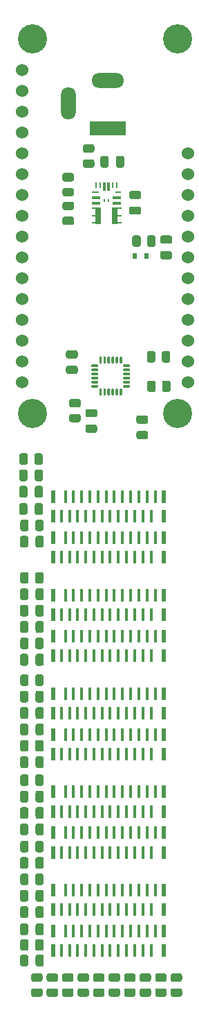
<source format=gbr>
G04 #@! TF.GenerationSoftware,KiCad,Pcbnew,(5.1.9)-1*
G04 #@! TF.CreationDate,2021-02-02T19:43:56-05:00*
G04 #@! TF.ProjectId,feather_multi_oled,66656174-6865-4725-9f6d-756c74695f6f,0.1a*
G04 #@! TF.SameCoordinates,Original*
G04 #@! TF.FileFunction,Soldermask,Top*
G04 #@! TF.FilePolarity,Negative*
%FSLAX46Y46*%
G04 Gerber Fmt 4.6, Leading zero omitted, Abs format (unit mm)*
G04 Created by KiCad (PCBNEW (5.1.9)-1) date 2021-02-02 19:43:56*
%MOMM*%
%LPD*%
G01*
G04 APERTURE LIST*
%ADD10R,0.609600X1.600200*%
%ADD11R,0.406400X1.600200*%
%ADD12R,0.812800X0.254000*%
%ADD13R,1.092200X0.304800*%
%ADD14R,0.508000X0.254000*%
%ADD15R,0.711200X0.254000*%
%ADD16R,0.254000X0.711200*%
%ADD17R,0.304800X1.092200*%
%ADD18R,0.254000X0.406400*%
%ADD19R,0.700000X2.000000*%
%ADD20C,1.524000*%
%ADD21C,3.556000*%
%ADD22R,0.600000X0.700000*%
%ADD23O,1.800000X4.000000*%
%ADD24O,4.000000X1.800000*%
%ADD25R,4.400000X1.800000*%
G04 APERTURE END LIST*
D10*
X115516000Y-108524800D03*
X102003200Y-108524800D03*
X115516000Y-110912400D03*
X102003200Y-110912400D03*
D11*
X102993800Y-110912400D03*
X103501800Y-108524800D03*
X104009800Y-110912400D03*
X104492400Y-108524800D03*
X105000400Y-110912400D03*
X105508400Y-108524800D03*
X105991000Y-110912400D03*
X106499000Y-108524800D03*
X107007000Y-110912400D03*
X107489600Y-108524800D03*
X107997600Y-110912400D03*
X108505600Y-108524800D03*
X108988200Y-110912400D03*
X109496200Y-108524800D03*
X110004200Y-110912400D03*
X110512200Y-108524800D03*
X110994800Y-110912400D03*
X111502800Y-108524800D03*
X112010800Y-110912400D03*
X112493400Y-108524800D03*
X113001400Y-110912400D03*
X113509400Y-108524800D03*
X113992000Y-110912400D03*
X114500000Y-108524800D03*
D10*
X115516000Y-103524800D03*
X102003200Y-103524800D03*
X115516000Y-105912400D03*
X102003200Y-105912400D03*
D11*
X102993800Y-105912400D03*
X103501800Y-103524800D03*
X104009800Y-105912400D03*
X104492400Y-103524800D03*
X105000400Y-105912400D03*
X105508400Y-103524800D03*
X105991000Y-105912400D03*
X106499000Y-103524800D03*
X107007000Y-105912400D03*
X107489600Y-103524800D03*
X107997600Y-105912400D03*
X108505600Y-103524800D03*
X108988200Y-105912400D03*
X109496200Y-103524800D03*
X110004200Y-105912400D03*
X110512200Y-103524800D03*
X110994800Y-105912400D03*
X111502800Y-103524800D03*
X112010800Y-105912400D03*
X112493400Y-103524800D03*
X113001400Y-105912400D03*
X113509400Y-103524800D03*
X113992000Y-105912400D03*
X114500000Y-103524800D03*
D10*
X115516000Y-115524800D03*
X102003200Y-115524800D03*
X115516000Y-117912400D03*
X102003200Y-117912400D03*
D11*
X102993800Y-117912400D03*
X103501800Y-115524800D03*
X104009800Y-117912400D03*
X104492400Y-115524800D03*
X105000400Y-117912400D03*
X105508400Y-115524800D03*
X105991000Y-117912400D03*
X106499000Y-115524800D03*
X107007000Y-117912400D03*
X107489600Y-115524800D03*
X107997600Y-117912400D03*
X108505600Y-115524800D03*
X108988200Y-117912400D03*
X109496200Y-115524800D03*
X110004200Y-117912400D03*
X110512200Y-115524800D03*
X110994800Y-117912400D03*
X111502800Y-115524800D03*
X112010800Y-117912400D03*
X112493400Y-115524800D03*
X113001400Y-117912400D03*
X113509400Y-115524800D03*
X113992000Y-117912400D03*
X114500000Y-115524800D03*
D10*
X115516000Y-127524800D03*
X102003200Y-127524800D03*
X115516000Y-129912400D03*
X102003200Y-129912400D03*
D11*
X102993800Y-129912400D03*
X103501800Y-127524800D03*
X104009800Y-129912400D03*
X104492400Y-127524800D03*
X105000400Y-129912400D03*
X105508400Y-127524800D03*
X105991000Y-129912400D03*
X106499000Y-127524800D03*
X107007000Y-129912400D03*
X107489600Y-127524800D03*
X107997600Y-129912400D03*
X108505600Y-127524800D03*
X108988200Y-129912400D03*
X109496200Y-127524800D03*
X110004200Y-129912400D03*
X110512200Y-127524800D03*
X110994800Y-129912400D03*
X111502800Y-127524800D03*
X112010800Y-129912400D03*
X112493400Y-127524800D03*
X113001400Y-129912400D03*
X113509400Y-127524800D03*
X113992000Y-129912400D03*
X114500000Y-127524800D03*
D10*
X115516000Y-120524800D03*
X102003200Y-120524800D03*
X115516000Y-122912400D03*
X102003200Y-122912400D03*
D11*
X102993800Y-122912400D03*
X103501800Y-120524800D03*
X104009800Y-122912400D03*
X104492400Y-120524800D03*
X105000400Y-122912400D03*
X105508400Y-120524800D03*
X105991000Y-122912400D03*
X106499000Y-120524800D03*
X107007000Y-122912400D03*
X107489600Y-120524800D03*
X107997600Y-122912400D03*
X108505600Y-120524800D03*
X108988200Y-122912400D03*
X109496200Y-120524800D03*
X110004200Y-122912400D03*
X110512200Y-120524800D03*
X110994800Y-122912400D03*
X111502800Y-120524800D03*
X112010800Y-122912400D03*
X112493400Y-120524800D03*
X113001400Y-122912400D03*
X113509400Y-120524800D03*
X113992000Y-122912400D03*
X114500000Y-120524800D03*
D10*
X115516000Y-132524800D03*
X102003200Y-132524800D03*
X115516000Y-134912400D03*
X102003200Y-134912400D03*
D11*
X102993800Y-134912400D03*
X103501800Y-132524800D03*
X104009800Y-134912400D03*
X104492400Y-132524800D03*
X105000400Y-134912400D03*
X105508400Y-132524800D03*
X105991000Y-134912400D03*
X106499000Y-132524800D03*
X107007000Y-134912400D03*
X107489600Y-132524800D03*
X107997600Y-134912400D03*
X108505600Y-132524800D03*
X108988200Y-134912400D03*
X109496200Y-132524800D03*
X110004200Y-134912400D03*
X110512200Y-132524800D03*
X110994800Y-134912400D03*
X111502800Y-132524800D03*
X112010800Y-134912400D03*
X112493400Y-132524800D03*
X113001400Y-134912400D03*
X113509400Y-132524800D03*
X113992000Y-134912400D03*
X114500000Y-132524800D03*
D10*
X115516000Y-139524800D03*
X102003200Y-139524800D03*
X115516000Y-141912400D03*
X102003200Y-141912400D03*
D11*
X102993800Y-141912400D03*
X103501800Y-139524800D03*
X104009800Y-141912400D03*
X104492400Y-139524800D03*
X105000400Y-141912400D03*
X105508400Y-139524800D03*
X105991000Y-141912400D03*
X106499000Y-139524800D03*
X107007000Y-141912400D03*
X107489600Y-139524800D03*
X107997600Y-141912400D03*
X108505600Y-139524800D03*
X108988200Y-141912400D03*
X109496200Y-139524800D03*
X110004200Y-141912400D03*
X110512200Y-139524800D03*
X110994800Y-141912400D03*
X111502800Y-139524800D03*
X112010800Y-141912400D03*
X112493400Y-139524800D03*
X113001400Y-141912400D03*
X113509400Y-139524800D03*
X113992000Y-141912400D03*
X114500000Y-139524800D03*
D10*
X115516000Y-144524800D03*
X102003200Y-144524800D03*
X115516000Y-146912400D03*
X102003200Y-146912400D03*
D11*
X102993800Y-146912400D03*
X103501800Y-144524800D03*
X104009800Y-146912400D03*
X104492400Y-144524800D03*
X105000400Y-146912400D03*
X105508400Y-144524800D03*
X105991000Y-146912400D03*
X106499000Y-144524800D03*
X107007000Y-146912400D03*
X107489600Y-144524800D03*
X107997600Y-146912400D03*
X108505600Y-144524800D03*
X108988200Y-146912400D03*
X109496200Y-144524800D03*
X110004200Y-146912400D03*
X110512200Y-144524800D03*
X110994800Y-146912400D03*
X111502800Y-144524800D03*
X112010800Y-146912400D03*
X112493400Y-144524800D03*
X113001400Y-146912400D03*
X113509400Y-144524800D03*
X113992000Y-146912400D03*
X114500000Y-144524800D03*
D10*
X115516000Y-151524800D03*
X102003200Y-151524800D03*
X115516000Y-153912400D03*
X102003200Y-153912400D03*
D11*
X102993800Y-153912400D03*
X103501800Y-151524800D03*
X104009800Y-153912400D03*
X104492400Y-151524800D03*
X105000400Y-153912400D03*
X105508400Y-151524800D03*
X105991000Y-153912400D03*
X106499000Y-151524800D03*
X107007000Y-153912400D03*
X107489600Y-151524800D03*
X107997600Y-153912400D03*
X108505600Y-151524800D03*
X108988200Y-153912400D03*
X109496200Y-151524800D03*
X110004200Y-153912400D03*
X110512200Y-151524800D03*
X110994800Y-153912400D03*
X111502800Y-151524800D03*
X112010800Y-153912400D03*
X112493400Y-151524800D03*
X113001400Y-153912400D03*
X113509400Y-151524800D03*
X113992000Y-153912400D03*
X114500000Y-151524800D03*
D10*
X115516000Y-156524800D03*
X102003200Y-156524800D03*
X115516000Y-158912400D03*
X102003200Y-158912400D03*
D11*
X102993800Y-158912400D03*
X103501800Y-156524800D03*
X104009800Y-158912400D03*
X104492400Y-156524800D03*
X105000400Y-158912400D03*
X105508400Y-156524800D03*
X105991000Y-158912400D03*
X106499000Y-156524800D03*
X107007000Y-158912400D03*
X107489600Y-156524800D03*
X107997600Y-158912400D03*
X108505600Y-156524800D03*
X108988200Y-158912400D03*
X109496200Y-156524800D03*
X110004200Y-158912400D03*
X110512200Y-156524800D03*
X110994800Y-158912400D03*
X111502800Y-156524800D03*
X112010800Y-158912400D03*
X112493400Y-156524800D03*
X113001400Y-158912400D03*
X113509400Y-156524800D03*
X113992000Y-158912400D03*
X114500000Y-156524800D03*
D12*
X107156000Y-66375000D03*
D13*
X107296000Y-67024999D03*
X107296000Y-67675000D03*
D14*
X107004000Y-68325000D03*
X107004000Y-69175001D03*
X107004000Y-70025000D03*
X110096000Y-70025000D03*
X110096000Y-69175001D03*
X110096000Y-68325000D03*
D13*
X109804000Y-67675000D03*
X109804000Y-67024999D03*
D15*
X109994000Y-66375000D03*
D16*
X109800000Y-65481000D03*
X109300001Y-65481000D03*
D17*
X108800000Y-65671000D03*
X108300000Y-65671000D03*
D16*
X107799999Y-65481000D03*
X107300000Y-65481000D03*
D18*
X108300000Y-67350000D03*
X108800000Y-67350000D03*
D19*
X107534000Y-69195000D03*
X109566000Y-69195000D03*
D20*
X118560000Y-61610000D03*
X118560000Y-64150000D03*
X118560000Y-66690000D03*
X118560000Y-69230000D03*
X118560000Y-71770000D03*
X118560000Y-74310000D03*
X118560000Y-76850000D03*
X118560000Y-79390000D03*
X118560000Y-81930000D03*
X118560000Y-84470000D03*
X118560000Y-87010000D03*
X118560000Y-89550000D03*
X98240000Y-89550000D03*
X98240000Y-87010000D03*
X98240000Y-84470000D03*
X98240000Y-81930000D03*
X98240000Y-79390000D03*
X98240000Y-76850000D03*
X98240000Y-74310000D03*
X98240000Y-71770000D03*
X98240000Y-69230000D03*
X98240000Y-66690000D03*
X98240000Y-64150000D03*
X98240000Y-61610000D03*
X98240000Y-59070000D03*
X98240000Y-56530000D03*
X98240000Y-53990000D03*
X98240000Y-51450000D03*
D21*
X99510000Y-93360000D03*
X99510000Y-47640000D03*
X117290000Y-93360000D03*
X117290000Y-47640000D03*
G36*
G01*
X109700000Y-63100000D02*
X109700000Y-62150000D01*
G75*
G02*
X109950000Y-61900000I250000J0D01*
G01*
X110450000Y-61900000D01*
G75*
G02*
X110700000Y-62150000I0J-250000D01*
G01*
X110700000Y-63100000D01*
G75*
G02*
X110450000Y-63350000I-250000J0D01*
G01*
X109950000Y-63350000D01*
G75*
G02*
X109700000Y-63100000I0J250000D01*
G01*
G37*
G36*
G01*
X107800000Y-63100000D02*
X107800000Y-62150000D01*
G75*
G02*
X108050000Y-61900000I250000J0D01*
G01*
X108550000Y-61900000D01*
G75*
G02*
X108800000Y-62150000I0J-250000D01*
G01*
X108800000Y-63100000D01*
G75*
G02*
X108550000Y-63350000I-250000J0D01*
G01*
X108050000Y-63350000D01*
G75*
G02*
X107800000Y-63100000I0J250000D01*
G01*
G37*
G36*
G01*
X112525000Y-69075000D02*
X111575000Y-69075000D01*
G75*
G02*
X111325000Y-68825000I0J250000D01*
G01*
X111325000Y-68325000D01*
G75*
G02*
X111575000Y-68075000I250000J0D01*
G01*
X112525000Y-68075000D01*
G75*
G02*
X112775000Y-68325000I0J-250000D01*
G01*
X112775000Y-68825000D01*
G75*
G02*
X112525000Y-69075000I-250000J0D01*
G01*
G37*
G36*
G01*
X112525000Y-67175000D02*
X111575000Y-67175000D01*
G75*
G02*
X111325000Y-66925000I0J250000D01*
G01*
X111325000Y-66425000D01*
G75*
G02*
X111575000Y-66175000I250000J0D01*
G01*
X112525000Y-66175000D01*
G75*
G02*
X112775000Y-66425000I0J-250000D01*
G01*
X112775000Y-66925000D01*
G75*
G02*
X112525000Y-67175000I-250000J0D01*
G01*
G37*
G36*
G01*
X115375000Y-71625000D02*
X116325000Y-71625000D01*
G75*
G02*
X116575000Y-71875000I0J-250000D01*
G01*
X116575000Y-72375000D01*
G75*
G02*
X116325000Y-72625000I-250000J0D01*
G01*
X115375000Y-72625000D01*
G75*
G02*
X115125000Y-72375000I0J250000D01*
G01*
X115125000Y-71875000D01*
G75*
G02*
X115375000Y-71625000I250000J0D01*
G01*
G37*
G36*
G01*
X115375000Y-73525000D02*
X116325000Y-73525000D01*
G75*
G02*
X116575000Y-73775000I0J-250000D01*
G01*
X116575000Y-74275000D01*
G75*
G02*
X116325000Y-74525000I-250000J0D01*
G01*
X115375000Y-74525000D01*
G75*
G02*
X115125000Y-74275000I0J250000D01*
G01*
X115125000Y-73775000D01*
G75*
G02*
X115375000Y-73525000I250000J0D01*
G01*
G37*
G36*
G01*
X98850000Y-104525000D02*
X98850000Y-105475000D01*
G75*
G02*
X98600000Y-105725000I-250000J0D01*
G01*
X98100000Y-105725000D01*
G75*
G02*
X97850000Y-105475000I0J250000D01*
G01*
X97850000Y-104525000D01*
G75*
G02*
X98100000Y-104275000I250000J0D01*
G01*
X98600000Y-104275000D01*
G75*
G02*
X98850000Y-104525000I0J-250000D01*
G01*
G37*
G36*
G01*
X100750000Y-104525000D02*
X100750000Y-105475000D01*
G75*
G02*
X100500000Y-105725000I-250000J0D01*
G01*
X100000000Y-105725000D01*
G75*
G02*
X99750000Y-105475000I0J250000D01*
G01*
X99750000Y-104525000D01*
G75*
G02*
X100000000Y-104275000I250000J0D01*
G01*
X100500000Y-104275000D01*
G75*
G02*
X100750000Y-104525000I0J-250000D01*
G01*
G37*
G36*
G01*
X100750000Y-102425000D02*
X100750000Y-103375000D01*
G75*
G02*
X100500000Y-103625000I-250000J0D01*
G01*
X100000000Y-103625000D01*
G75*
G02*
X99750000Y-103375000I0J250000D01*
G01*
X99750000Y-102425000D01*
G75*
G02*
X100000000Y-102175000I250000J0D01*
G01*
X100500000Y-102175000D01*
G75*
G02*
X100750000Y-102425000I0J-250000D01*
G01*
G37*
G36*
G01*
X98850000Y-102425000D02*
X98850000Y-103375000D01*
G75*
G02*
X98600000Y-103625000I-250000J0D01*
G01*
X98100000Y-103625000D01*
G75*
G02*
X97850000Y-103375000I0J250000D01*
G01*
X97850000Y-102425000D01*
G75*
G02*
X98100000Y-102175000I250000J0D01*
G01*
X98600000Y-102175000D01*
G75*
G02*
X98850000Y-102425000I0J-250000D01*
G01*
G37*
G36*
G01*
X98850000Y-100425000D02*
X98850000Y-101375000D01*
G75*
G02*
X98600000Y-101625000I-250000J0D01*
G01*
X98100000Y-101625000D01*
G75*
G02*
X97850000Y-101375000I0J250000D01*
G01*
X97850000Y-100425000D01*
G75*
G02*
X98100000Y-100175000I250000J0D01*
G01*
X98600000Y-100175000D01*
G75*
G02*
X98850000Y-100425000I0J-250000D01*
G01*
G37*
G36*
G01*
X100750000Y-100425000D02*
X100750000Y-101375000D01*
G75*
G02*
X100500000Y-101625000I-250000J0D01*
G01*
X100000000Y-101625000D01*
G75*
G02*
X99750000Y-101375000I0J250000D01*
G01*
X99750000Y-100425000D01*
G75*
G02*
X100000000Y-100175000I250000J0D01*
G01*
X100500000Y-100175000D01*
G75*
G02*
X100750000Y-100425000I0J-250000D01*
G01*
G37*
G36*
G01*
X100850000Y-108525000D02*
X100850000Y-109475000D01*
G75*
G02*
X100600000Y-109725000I-250000J0D01*
G01*
X100100000Y-109725000D01*
G75*
G02*
X99850000Y-109475000I0J250000D01*
G01*
X99850000Y-108525000D01*
G75*
G02*
X100100000Y-108275000I250000J0D01*
G01*
X100600000Y-108275000D01*
G75*
G02*
X100850000Y-108525000I0J-250000D01*
G01*
G37*
G36*
G01*
X98950000Y-108525000D02*
X98950000Y-109475000D01*
G75*
G02*
X98700000Y-109725000I-250000J0D01*
G01*
X98200000Y-109725000D01*
G75*
G02*
X97950000Y-109475000I0J250000D01*
G01*
X97950000Y-108525000D01*
G75*
G02*
X98200000Y-108275000I250000J0D01*
G01*
X98700000Y-108275000D01*
G75*
G02*
X98950000Y-108525000I0J-250000D01*
G01*
G37*
G36*
G01*
X98950000Y-114925000D02*
X98950000Y-115875000D01*
G75*
G02*
X98700000Y-116125000I-250000J0D01*
G01*
X98200000Y-116125000D01*
G75*
G02*
X97950000Y-115875000I0J250000D01*
G01*
X97950000Y-114925000D01*
G75*
G02*
X98200000Y-114675000I250000J0D01*
G01*
X98700000Y-114675000D01*
G75*
G02*
X98950000Y-114925000I0J-250000D01*
G01*
G37*
G36*
G01*
X100850000Y-114925000D02*
X100850000Y-115875000D01*
G75*
G02*
X100600000Y-116125000I-250000J0D01*
G01*
X100100000Y-116125000D01*
G75*
G02*
X99850000Y-115875000I0J250000D01*
G01*
X99850000Y-114925000D01*
G75*
G02*
X100100000Y-114675000I250000J0D01*
G01*
X100600000Y-114675000D01*
G75*
G02*
X100850000Y-114925000I0J-250000D01*
G01*
G37*
G36*
G01*
X100850000Y-116925000D02*
X100850000Y-117875000D01*
G75*
G02*
X100600000Y-118125000I-250000J0D01*
G01*
X100100000Y-118125000D01*
G75*
G02*
X99850000Y-117875000I0J250000D01*
G01*
X99850000Y-116925000D01*
G75*
G02*
X100100000Y-116675000I250000J0D01*
G01*
X100600000Y-116675000D01*
G75*
G02*
X100850000Y-116925000I0J-250000D01*
G01*
G37*
G36*
G01*
X98950000Y-116925000D02*
X98950000Y-117875000D01*
G75*
G02*
X98700000Y-118125000I-250000J0D01*
G01*
X98200000Y-118125000D01*
G75*
G02*
X97950000Y-117875000I0J250000D01*
G01*
X97950000Y-116925000D01*
G75*
G02*
X98200000Y-116675000I250000J0D01*
G01*
X98700000Y-116675000D01*
G75*
G02*
X98950000Y-116925000I0J-250000D01*
G01*
G37*
G36*
G01*
X98950000Y-118925000D02*
X98950000Y-119875000D01*
G75*
G02*
X98700000Y-120125000I-250000J0D01*
G01*
X98200000Y-120125000D01*
G75*
G02*
X97950000Y-119875000I0J250000D01*
G01*
X97950000Y-118925000D01*
G75*
G02*
X98200000Y-118675000I250000J0D01*
G01*
X98700000Y-118675000D01*
G75*
G02*
X98950000Y-118925000I0J-250000D01*
G01*
G37*
G36*
G01*
X100850000Y-118925000D02*
X100850000Y-119875000D01*
G75*
G02*
X100600000Y-120125000I-250000J0D01*
G01*
X100100000Y-120125000D01*
G75*
G02*
X99850000Y-119875000I0J250000D01*
G01*
X99850000Y-118925000D01*
G75*
G02*
X100100000Y-118675000I250000J0D01*
G01*
X100600000Y-118675000D01*
G75*
G02*
X100850000Y-118925000I0J-250000D01*
G01*
G37*
G36*
G01*
X98950000Y-127425000D02*
X98950000Y-128375000D01*
G75*
G02*
X98700000Y-128625000I-250000J0D01*
G01*
X98200000Y-128625000D01*
G75*
G02*
X97950000Y-128375000I0J250000D01*
G01*
X97950000Y-127425000D01*
G75*
G02*
X98200000Y-127175000I250000J0D01*
G01*
X98700000Y-127175000D01*
G75*
G02*
X98950000Y-127425000I0J-250000D01*
G01*
G37*
G36*
G01*
X100850000Y-127425000D02*
X100850000Y-128375000D01*
G75*
G02*
X100600000Y-128625000I-250000J0D01*
G01*
X100100000Y-128625000D01*
G75*
G02*
X99850000Y-128375000I0J250000D01*
G01*
X99850000Y-127425000D01*
G75*
G02*
X100100000Y-127175000I250000J0D01*
G01*
X100600000Y-127175000D01*
G75*
G02*
X100850000Y-127425000I0J-250000D01*
G01*
G37*
G36*
G01*
X100850000Y-129425000D02*
X100850000Y-130375000D01*
G75*
G02*
X100600000Y-130625000I-250000J0D01*
G01*
X100100000Y-130625000D01*
G75*
G02*
X99850000Y-130375000I0J250000D01*
G01*
X99850000Y-129425000D01*
G75*
G02*
X100100000Y-129175000I250000J0D01*
G01*
X100600000Y-129175000D01*
G75*
G02*
X100850000Y-129425000I0J-250000D01*
G01*
G37*
G36*
G01*
X98950000Y-129425000D02*
X98950000Y-130375000D01*
G75*
G02*
X98700000Y-130625000I-250000J0D01*
G01*
X98200000Y-130625000D01*
G75*
G02*
X97950000Y-130375000I0J250000D01*
G01*
X97950000Y-129425000D01*
G75*
G02*
X98200000Y-129175000I250000J0D01*
G01*
X98700000Y-129175000D01*
G75*
G02*
X98950000Y-129425000I0J-250000D01*
G01*
G37*
G36*
G01*
X98950000Y-131425000D02*
X98950000Y-132375000D01*
G75*
G02*
X98700000Y-132625000I-250000J0D01*
G01*
X98200000Y-132625000D01*
G75*
G02*
X97950000Y-132375000I0J250000D01*
G01*
X97950000Y-131425000D01*
G75*
G02*
X98200000Y-131175000I250000J0D01*
G01*
X98700000Y-131175000D01*
G75*
G02*
X98950000Y-131425000I0J-250000D01*
G01*
G37*
G36*
G01*
X100850000Y-131425000D02*
X100850000Y-132375000D01*
G75*
G02*
X100600000Y-132625000I-250000J0D01*
G01*
X100100000Y-132625000D01*
G75*
G02*
X99850000Y-132375000I0J250000D01*
G01*
X99850000Y-131425000D01*
G75*
G02*
X100100000Y-131175000I250000J0D01*
G01*
X100600000Y-131175000D01*
G75*
G02*
X100850000Y-131425000I0J-250000D01*
G01*
G37*
G36*
G01*
X100850000Y-122925000D02*
X100850000Y-123875000D01*
G75*
G02*
X100600000Y-124125000I-250000J0D01*
G01*
X100100000Y-124125000D01*
G75*
G02*
X99850000Y-123875000I0J250000D01*
G01*
X99850000Y-122925000D01*
G75*
G02*
X100100000Y-122675000I250000J0D01*
G01*
X100600000Y-122675000D01*
G75*
G02*
X100850000Y-122925000I0J-250000D01*
G01*
G37*
G36*
G01*
X98950000Y-122925000D02*
X98950000Y-123875000D01*
G75*
G02*
X98700000Y-124125000I-250000J0D01*
G01*
X98200000Y-124125000D01*
G75*
G02*
X97950000Y-123875000I0J250000D01*
G01*
X97950000Y-122925000D01*
G75*
G02*
X98200000Y-122675000I250000J0D01*
G01*
X98700000Y-122675000D01*
G75*
G02*
X98950000Y-122925000I0J-250000D01*
G01*
G37*
G36*
G01*
X100850000Y-135425000D02*
X100850000Y-136375000D01*
G75*
G02*
X100600000Y-136625000I-250000J0D01*
G01*
X100100000Y-136625000D01*
G75*
G02*
X99850000Y-136375000I0J250000D01*
G01*
X99850000Y-135425000D01*
G75*
G02*
X100100000Y-135175000I250000J0D01*
G01*
X100600000Y-135175000D01*
G75*
G02*
X100850000Y-135425000I0J-250000D01*
G01*
G37*
G36*
G01*
X98950000Y-135425000D02*
X98950000Y-136375000D01*
G75*
G02*
X98700000Y-136625000I-250000J0D01*
G01*
X98200000Y-136625000D01*
G75*
G02*
X97950000Y-136375000I0J250000D01*
G01*
X97950000Y-135425000D01*
G75*
G02*
X98200000Y-135175000I250000J0D01*
G01*
X98700000Y-135175000D01*
G75*
G02*
X98950000Y-135425000I0J-250000D01*
G01*
G37*
G36*
G01*
X98950000Y-139625000D02*
X98950000Y-140575000D01*
G75*
G02*
X98700000Y-140825000I-250000J0D01*
G01*
X98200000Y-140825000D01*
G75*
G02*
X97950000Y-140575000I0J250000D01*
G01*
X97950000Y-139625000D01*
G75*
G02*
X98200000Y-139375000I250000J0D01*
G01*
X98700000Y-139375000D01*
G75*
G02*
X98950000Y-139625000I0J-250000D01*
G01*
G37*
G36*
G01*
X100850000Y-139625000D02*
X100850000Y-140575000D01*
G75*
G02*
X100600000Y-140825000I-250000J0D01*
G01*
X100100000Y-140825000D01*
G75*
G02*
X99850000Y-140575000I0J250000D01*
G01*
X99850000Y-139625000D01*
G75*
G02*
X100100000Y-139375000I250000J0D01*
G01*
X100600000Y-139375000D01*
G75*
G02*
X100850000Y-139625000I0J-250000D01*
G01*
G37*
G36*
G01*
X100850000Y-141625000D02*
X100850000Y-142575000D01*
G75*
G02*
X100600000Y-142825000I-250000J0D01*
G01*
X100100000Y-142825000D01*
G75*
G02*
X99850000Y-142575000I0J250000D01*
G01*
X99850000Y-141625000D01*
G75*
G02*
X100100000Y-141375000I250000J0D01*
G01*
X100600000Y-141375000D01*
G75*
G02*
X100850000Y-141625000I0J-250000D01*
G01*
G37*
G36*
G01*
X98950000Y-141625000D02*
X98950000Y-142575000D01*
G75*
G02*
X98700000Y-142825000I-250000J0D01*
G01*
X98200000Y-142825000D01*
G75*
G02*
X97950000Y-142575000I0J250000D01*
G01*
X97950000Y-141625000D01*
G75*
G02*
X98200000Y-141375000I250000J0D01*
G01*
X98700000Y-141375000D01*
G75*
G02*
X98950000Y-141625000I0J-250000D01*
G01*
G37*
G36*
G01*
X98950000Y-143625000D02*
X98950000Y-144575000D01*
G75*
G02*
X98700000Y-144825000I-250000J0D01*
G01*
X98200000Y-144825000D01*
G75*
G02*
X97950000Y-144575000I0J250000D01*
G01*
X97950000Y-143625000D01*
G75*
G02*
X98200000Y-143375000I250000J0D01*
G01*
X98700000Y-143375000D01*
G75*
G02*
X98950000Y-143625000I0J-250000D01*
G01*
G37*
G36*
G01*
X100850000Y-143625000D02*
X100850000Y-144575000D01*
G75*
G02*
X100600000Y-144825000I-250000J0D01*
G01*
X100100000Y-144825000D01*
G75*
G02*
X99850000Y-144575000I0J250000D01*
G01*
X99850000Y-143625000D01*
G75*
G02*
X100100000Y-143375000I250000J0D01*
G01*
X100600000Y-143375000D01*
G75*
G02*
X100850000Y-143625000I0J-250000D01*
G01*
G37*
G36*
G01*
X100850000Y-147725000D02*
X100850000Y-148675000D01*
G75*
G02*
X100600000Y-148925000I-250000J0D01*
G01*
X100100000Y-148925000D01*
G75*
G02*
X99850000Y-148675000I0J250000D01*
G01*
X99850000Y-147725000D01*
G75*
G02*
X100100000Y-147475000I250000J0D01*
G01*
X100600000Y-147475000D01*
G75*
G02*
X100850000Y-147725000I0J-250000D01*
G01*
G37*
G36*
G01*
X98950000Y-147725000D02*
X98950000Y-148675000D01*
G75*
G02*
X98700000Y-148925000I-250000J0D01*
G01*
X98200000Y-148925000D01*
G75*
G02*
X97950000Y-148675000I0J250000D01*
G01*
X97950000Y-147725000D01*
G75*
G02*
X98200000Y-147475000I250000J0D01*
G01*
X98700000Y-147475000D01*
G75*
G02*
X98950000Y-147725000I0J-250000D01*
G01*
G37*
G36*
G01*
X100850000Y-151725000D02*
X100850000Y-152675000D01*
G75*
G02*
X100600000Y-152925000I-250000J0D01*
G01*
X100100000Y-152925000D01*
G75*
G02*
X99850000Y-152675000I0J250000D01*
G01*
X99850000Y-151725000D01*
G75*
G02*
X100100000Y-151475000I250000J0D01*
G01*
X100600000Y-151475000D01*
G75*
G02*
X100850000Y-151725000I0J-250000D01*
G01*
G37*
G36*
G01*
X98950000Y-151725000D02*
X98950000Y-152675000D01*
G75*
G02*
X98700000Y-152925000I-250000J0D01*
G01*
X98200000Y-152925000D01*
G75*
G02*
X97950000Y-152675000I0J250000D01*
G01*
X97950000Y-151725000D01*
G75*
G02*
X98200000Y-151475000I250000J0D01*
G01*
X98700000Y-151475000D01*
G75*
G02*
X98950000Y-151725000I0J-250000D01*
G01*
G37*
G36*
G01*
X98950000Y-153725000D02*
X98950000Y-154675000D01*
G75*
G02*
X98700000Y-154925000I-250000J0D01*
G01*
X98200000Y-154925000D01*
G75*
G02*
X97950000Y-154675000I0J250000D01*
G01*
X97950000Y-153725000D01*
G75*
G02*
X98200000Y-153475000I250000J0D01*
G01*
X98700000Y-153475000D01*
G75*
G02*
X98950000Y-153725000I0J-250000D01*
G01*
G37*
G36*
G01*
X100850000Y-153725000D02*
X100850000Y-154675000D01*
G75*
G02*
X100600000Y-154925000I-250000J0D01*
G01*
X100100000Y-154925000D01*
G75*
G02*
X99850000Y-154675000I0J250000D01*
G01*
X99850000Y-153725000D01*
G75*
G02*
X100100000Y-153475000I250000J0D01*
G01*
X100600000Y-153475000D01*
G75*
G02*
X100850000Y-153725000I0J-250000D01*
G01*
G37*
G36*
G01*
X100850000Y-155825000D02*
X100850000Y-156775000D01*
G75*
G02*
X100600000Y-157025000I-250000J0D01*
G01*
X100100000Y-157025000D01*
G75*
G02*
X99850000Y-156775000I0J250000D01*
G01*
X99850000Y-155825000D01*
G75*
G02*
X100100000Y-155575000I250000J0D01*
G01*
X100600000Y-155575000D01*
G75*
G02*
X100850000Y-155825000I0J-250000D01*
G01*
G37*
G36*
G01*
X98950000Y-155825000D02*
X98950000Y-156775000D01*
G75*
G02*
X98700000Y-157025000I-250000J0D01*
G01*
X98200000Y-157025000D01*
G75*
G02*
X97950000Y-156775000I0J250000D01*
G01*
X97950000Y-155825000D01*
G75*
G02*
X98200000Y-155575000I250000J0D01*
G01*
X98700000Y-155575000D01*
G75*
G02*
X98950000Y-155825000I0J-250000D01*
G01*
G37*
G36*
G01*
X100850000Y-159625000D02*
X100850000Y-160575000D01*
G75*
G02*
X100600000Y-160825000I-250000J0D01*
G01*
X100100000Y-160825000D01*
G75*
G02*
X99850000Y-160575000I0J250000D01*
G01*
X99850000Y-159625000D01*
G75*
G02*
X100100000Y-159375000I250000J0D01*
G01*
X100600000Y-159375000D01*
G75*
G02*
X100850000Y-159625000I0J-250000D01*
G01*
G37*
G36*
G01*
X98950000Y-159625000D02*
X98950000Y-160575000D01*
G75*
G02*
X98700000Y-160825000I-250000J0D01*
G01*
X98200000Y-160825000D01*
G75*
G02*
X97950000Y-160575000I0J250000D01*
G01*
X97950000Y-159625000D01*
G75*
G02*
X98200000Y-159375000I250000J0D01*
G01*
X98700000Y-159375000D01*
G75*
G02*
X98950000Y-159625000I0J-250000D01*
G01*
G37*
D22*
X112000000Y-74100000D03*
X113400000Y-74100000D03*
G36*
G01*
X112725000Y-71849998D02*
X112725000Y-72750002D01*
G75*
G02*
X112475002Y-73000000I-249998J0D01*
G01*
X111949998Y-73000000D01*
G75*
G02*
X111700000Y-72750002I0J249998D01*
G01*
X111700000Y-71849998D01*
G75*
G02*
X111949998Y-71600000I249998J0D01*
G01*
X112475002Y-71600000D01*
G75*
G02*
X112725000Y-71849998I0J-249998D01*
G01*
G37*
G36*
G01*
X114550000Y-71849998D02*
X114550000Y-72750002D01*
G75*
G02*
X114300002Y-73000000I-249998J0D01*
G01*
X113774998Y-73000000D01*
G75*
G02*
X113525000Y-72750002I0J249998D01*
G01*
X113525000Y-71849998D01*
G75*
G02*
X113774998Y-71600000I249998J0D01*
G01*
X114300002Y-71600000D01*
G75*
G02*
X114550000Y-71849998I0J-249998D01*
G01*
G37*
G36*
G01*
X116649998Y-161675000D02*
X117550002Y-161675000D01*
G75*
G02*
X117800000Y-161924998I0J-249998D01*
G01*
X117800000Y-162450002D01*
G75*
G02*
X117550002Y-162700000I-249998J0D01*
G01*
X116649998Y-162700000D01*
G75*
G02*
X116400000Y-162450002I0J249998D01*
G01*
X116400000Y-161924998D01*
G75*
G02*
X116649998Y-161675000I249998J0D01*
G01*
G37*
G36*
G01*
X116649998Y-163500000D02*
X117550002Y-163500000D01*
G75*
G02*
X117800000Y-163749998I0J-249998D01*
G01*
X117800000Y-164275002D01*
G75*
G02*
X117550002Y-164525000I-249998J0D01*
G01*
X116649998Y-164525000D01*
G75*
G02*
X116400000Y-164275002I0J249998D01*
G01*
X116400000Y-163749998D01*
G75*
G02*
X116649998Y-163500000I249998J0D01*
G01*
G37*
G36*
G01*
X114749998Y-163500000D02*
X115650002Y-163500000D01*
G75*
G02*
X115900000Y-163749998I0J-249998D01*
G01*
X115900000Y-164275002D01*
G75*
G02*
X115650002Y-164525000I-249998J0D01*
G01*
X114749998Y-164525000D01*
G75*
G02*
X114500000Y-164275002I0J249998D01*
G01*
X114500000Y-163749998D01*
G75*
G02*
X114749998Y-163500000I249998J0D01*
G01*
G37*
G36*
G01*
X114749998Y-161675000D02*
X115650002Y-161675000D01*
G75*
G02*
X115900000Y-161924998I0J-249998D01*
G01*
X115900000Y-162450002D01*
G75*
G02*
X115650002Y-162700000I-249998J0D01*
G01*
X114749998Y-162700000D01*
G75*
G02*
X114500000Y-162450002I0J249998D01*
G01*
X114500000Y-161924998D01*
G75*
G02*
X114749998Y-161675000I249998J0D01*
G01*
G37*
G36*
G01*
X112849998Y-161675000D02*
X113750002Y-161675000D01*
G75*
G02*
X114000000Y-161924998I0J-249998D01*
G01*
X114000000Y-162450002D01*
G75*
G02*
X113750002Y-162700000I-249998J0D01*
G01*
X112849998Y-162700000D01*
G75*
G02*
X112600000Y-162450002I0J249998D01*
G01*
X112600000Y-161924998D01*
G75*
G02*
X112849998Y-161675000I249998J0D01*
G01*
G37*
G36*
G01*
X112849998Y-163500000D02*
X113750002Y-163500000D01*
G75*
G02*
X114000000Y-163749998I0J-249998D01*
G01*
X114000000Y-164275002D01*
G75*
G02*
X113750002Y-164525000I-249998J0D01*
G01*
X112849998Y-164525000D01*
G75*
G02*
X112600000Y-164275002I0J249998D01*
G01*
X112600000Y-163749998D01*
G75*
G02*
X112849998Y-163500000I249998J0D01*
G01*
G37*
G36*
G01*
X110949998Y-161675000D02*
X111850002Y-161675000D01*
G75*
G02*
X112100000Y-161924998I0J-249998D01*
G01*
X112100000Y-162450002D01*
G75*
G02*
X111850002Y-162700000I-249998J0D01*
G01*
X110949998Y-162700000D01*
G75*
G02*
X110700000Y-162450002I0J249998D01*
G01*
X110700000Y-161924998D01*
G75*
G02*
X110949998Y-161675000I249998J0D01*
G01*
G37*
G36*
G01*
X110949998Y-163500000D02*
X111850002Y-163500000D01*
G75*
G02*
X112100000Y-163749998I0J-249998D01*
G01*
X112100000Y-164275002D01*
G75*
G02*
X111850002Y-164525000I-249998J0D01*
G01*
X110949998Y-164525000D01*
G75*
G02*
X110700000Y-164275002I0J249998D01*
G01*
X110700000Y-163749998D01*
G75*
G02*
X110949998Y-163500000I249998J0D01*
G01*
G37*
G36*
G01*
X109049998Y-163500000D02*
X109950002Y-163500000D01*
G75*
G02*
X110200000Y-163749998I0J-249998D01*
G01*
X110200000Y-164275002D01*
G75*
G02*
X109950002Y-164525000I-249998J0D01*
G01*
X109049998Y-164525000D01*
G75*
G02*
X108800000Y-164275002I0J249998D01*
G01*
X108800000Y-163749998D01*
G75*
G02*
X109049998Y-163500000I249998J0D01*
G01*
G37*
G36*
G01*
X109049998Y-161675000D02*
X109950002Y-161675000D01*
G75*
G02*
X110200000Y-161924998I0J-249998D01*
G01*
X110200000Y-162450002D01*
G75*
G02*
X109950002Y-162700000I-249998J0D01*
G01*
X109049998Y-162700000D01*
G75*
G02*
X108800000Y-162450002I0J249998D01*
G01*
X108800000Y-161924998D01*
G75*
G02*
X109049998Y-161675000I249998J0D01*
G01*
G37*
G36*
G01*
X107149998Y-161675000D02*
X108050002Y-161675000D01*
G75*
G02*
X108300000Y-161924998I0J-249998D01*
G01*
X108300000Y-162450002D01*
G75*
G02*
X108050002Y-162700000I-249998J0D01*
G01*
X107149998Y-162700000D01*
G75*
G02*
X106900000Y-162450002I0J249998D01*
G01*
X106900000Y-161924998D01*
G75*
G02*
X107149998Y-161675000I249998J0D01*
G01*
G37*
G36*
G01*
X107149998Y-163500000D02*
X108050002Y-163500000D01*
G75*
G02*
X108300000Y-163749998I0J-249998D01*
G01*
X108300000Y-164275002D01*
G75*
G02*
X108050002Y-164525000I-249998J0D01*
G01*
X107149998Y-164525000D01*
G75*
G02*
X106900000Y-164275002I0J249998D01*
G01*
X106900000Y-163749998D01*
G75*
G02*
X107149998Y-163500000I249998J0D01*
G01*
G37*
G36*
G01*
X105249998Y-163500000D02*
X106150002Y-163500000D01*
G75*
G02*
X106400000Y-163749998I0J-249998D01*
G01*
X106400000Y-164275002D01*
G75*
G02*
X106150002Y-164525000I-249998J0D01*
G01*
X105249998Y-164525000D01*
G75*
G02*
X105000000Y-164275002I0J249998D01*
G01*
X105000000Y-163749998D01*
G75*
G02*
X105249998Y-163500000I249998J0D01*
G01*
G37*
G36*
G01*
X105249998Y-161675000D02*
X106150002Y-161675000D01*
G75*
G02*
X106400000Y-161924998I0J-249998D01*
G01*
X106400000Y-162450002D01*
G75*
G02*
X106150002Y-162700000I-249998J0D01*
G01*
X105249998Y-162700000D01*
G75*
G02*
X105000000Y-162450002I0J249998D01*
G01*
X105000000Y-161924998D01*
G75*
G02*
X105249998Y-161675000I249998J0D01*
G01*
G37*
G36*
G01*
X103349998Y-163500000D02*
X104250002Y-163500000D01*
G75*
G02*
X104500000Y-163749998I0J-249998D01*
G01*
X104500000Y-164275002D01*
G75*
G02*
X104250002Y-164525000I-249998J0D01*
G01*
X103349998Y-164525000D01*
G75*
G02*
X103100000Y-164275002I0J249998D01*
G01*
X103100000Y-163749998D01*
G75*
G02*
X103349998Y-163500000I249998J0D01*
G01*
G37*
G36*
G01*
X103349998Y-161675000D02*
X104250002Y-161675000D01*
G75*
G02*
X104500000Y-161924998I0J-249998D01*
G01*
X104500000Y-162450002D01*
G75*
G02*
X104250002Y-162700000I-249998J0D01*
G01*
X103349998Y-162700000D01*
G75*
G02*
X103100000Y-162450002I0J249998D01*
G01*
X103100000Y-161924998D01*
G75*
G02*
X103349998Y-161675000I249998J0D01*
G01*
G37*
G36*
G01*
X101449998Y-163500000D02*
X102350002Y-163500000D01*
G75*
G02*
X102600000Y-163749998I0J-249998D01*
G01*
X102600000Y-164275002D01*
G75*
G02*
X102350002Y-164525000I-249998J0D01*
G01*
X101449998Y-164525000D01*
G75*
G02*
X101200000Y-164275002I0J249998D01*
G01*
X101200000Y-163749998D01*
G75*
G02*
X101449998Y-163500000I249998J0D01*
G01*
G37*
G36*
G01*
X101449998Y-161675000D02*
X102350002Y-161675000D01*
G75*
G02*
X102600000Y-161924998I0J-249998D01*
G01*
X102600000Y-162450002D01*
G75*
G02*
X102350002Y-162700000I-249998J0D01*
G01*
X101449998Y-162700000D01*
G75*
G02*
X101200000Y-162450002I0J249998D01*
G01*
X101200000Y-161924998D01*
G75*
G02*
X101449998Y-161675000I249998J0D01*
G01*
G37*
G36*
G01*
X99549998Y-161675000D02*
X100450002Y-161675000D01*
G75*
G02*
X100700000Y-161924998I0J-249998D01*
G01*
X100700000Y-162450002D01*
G75*
G02*
X100450002Y-162700000I-249998J0D01*
G01*
X99549998Y-162700000D01*
G75*
G02*
X99300000Y-162450002I0J249998D01*
G01*
X99300000Y-161924998D01*
G75*
G02*
X99549998Y-161675000I249998J0D01*
G01*
G37*
G36*
G01*
X99549998Y-163500000D02*
X100450002Y-163500000D01*
G75*
G02*
X100700000Y-163749998I0J-249998D01*
G01*
X100700000Y-164275002D01*
G75*
G02*
X100450002Y-164525000I-249998J0D01*
G01*
X99549998Y-164525000D01*
G75*
G02*
X99300000Y-164275002I0J249998D01*
G01*
X99300000Y-163749998D01*
G75*
G02*
X99549998Y-163500000I249998J0D01*
G01*
G37*
G36*
G01*
X98900000Y-98449998D02*
X98900000Y-99350002D01*
G75*
G02*
X98650002Y-99600000I-249998J0D01*
G01*
X98124998Y-99600000D01*
G75*
G02*
X97875000Y-99350002I0J249998D01*
G01*
X97875000Y-98449998D01*
G75*
G02*
X98124998Y-98200000I249998J0D01*
G01*
X98650002Y-98200000D01*
G75*
G02*
X98900000Y-98449998I0J-249998D01*
G01*
G37*
G36*
G01*
X100725000Y-98449998D02*
X100725000Y-99350002D01*
G75*
G02*
X100475002Y-99600000I-249998J0D01*
G01*
X99949998Y-99600000D01*
G75*
G02*
X99700000Y-99350002I0J249998D01*
G01*
X99700000Y-98449998D01*
G75*
G02*
X99949998Y-98200000I249998J0D01*
G01*
X100475002Y-98200000D01*
G75*
G02*
X100725000Y-98449998I0J-249998D01*
G01*
G37*
G36*
G01*
X100825000Y-106549998D02*
X100825000Y-107450002D01*
G75*
G02*
X100575002Y-107700000I-249998J0D01*
G01*
X100049998Y-107700000D01*
G75*
G02*
X99800000Y-107450002I0J249998D01*
G01*
X99800000Y-106549998D01*
G75*
G02*
X100049998Y-106300000I249998J0D01*
G01*
X100575002Y-106300000D01*
G75*
G02*
X100825000Y-106549998I0J-249998D01*
G01*
G37*
G36*
G01*
X99000000Y-106549998D02*
X99000000Y-107450002D01*
G75*
G02*
X98750002Y-107700000I-249998J0D01*
G01*
X98224998Y-107700000D01*
G75*
G02*
X97975000Y-107450002I0J249998D01*
G01*
X97975000Y-106549998D01*
G75*
G02*
X98224998Y-106300000I249998J0D01*
G01*
X98750002Y-106300000D01*
G75*
G02*
X99000000Y-106549998I0J-249998D01*
G01*
G37*
G36*
G01*
X100825000Y-112949998D02*
X100825000Y-113850002D01*
G75*
G02*
X100575002Y-114100000I-249998J0D01*
G01*
X100049998Y-114100000D01*
G75*
G02*
X99800000Y-113850002I0J249998D01*
G01*
X99800000Y-112949998D01*
G75*
G02*
X100049998Y-112700000I249998J0D01*
G01*
X100575002Y-112700000D01*
G75*
G02*
X100825000Y-112949998I0J-249998D01*
G01*
G37*
G36*
G01*
X99000000Y-112949998D02*
X99000000Y-113850002D01*
G75*
G02*
X98750002Y-114100000I-249998J0D01*
G01*
X98224998Y-114100000D01*
G75*
G02*
X97975000Y-113850002I0J249998D01*
G01*
X97975000Y-112949998D01*
G75*
G02*
X98224998Y-112700000I249998J0D01*
G01*
X98750002Y-112700000D01*
G75*
G02*
X99000000Y-112949998I0J-249998D01*
G01*
G37*
G36*
G01*
X100825000Y-125449998D02*
X100825000Y-126350002D01*
G75*
G02*
X100575002Y-126600000I-249998J0D01*
G01*
X100049998Y-126600000D01*
G75*
G02*
X99800000Y-126350002I0J249998D01*
G01*
X99800000Y-125449998D01*
G75*
G02*
X100049998Y-125200000I249998J0D01*
G01*
X100575002Y-125200000D01*
G75*
G02*
X100825000Y-125449998I0J-249998D01*
G01*
G37*
G36*
G01*
X99000000Y-125449998D02*
X99000000Y-126350002D01*
G75*
G02*
X98750002Y-126600000I-249998J0D01*
G01*
X98224998Y-126600000D01*
G75*
G02*
X97975000Y-126350002I0J249998D01*
G01*
X97975000Y-125449998D01*
G75*
G02*
X98224998Y-125200000I249998J0D01*
G01*
X98750002Y-125200000D01*
G75*
G02*
X99000000Y-125449998I0J-249998D01*
G01*
G37*
G36*
G01*
X99000000Y-120949998D02*
X99000000Y-121850002D01*
G75*
G02*
X98750002Y-122100000I-249998J0D01*
G01*
X98224998Y-122100000D01*
G75*
G02*
X97975000Y-121850002I0J249998D01*
G01*
X97975000Y-120949998D01*
G75*
G02*
X98224998Y-120700000I249998J0D01*
G01*
X98750002Y-120700000D01*
G75*
G02*
X99000000Y-120949998I0J-249998D01*
G01*
G37*
G36*
G01*
X100825000Y-120949998D02*
X100825000Y-121850002D01*
G75*
G02*
X100575002Y-122100000I-249998J0D01*
G01*
X100049998Y-122100000D01*
G75*
G02*
X99800000Y-121850002I0J249998D01*
G01*
X99800000Y-120949998D01*
G75*
G02*
X100049998Y-120700000I249998J0D01*
G01*
X100575002Y-120700000D01*
G75*
G02*
X100825000Y-120949998I0J-249998D01*
G01*
G37*
G36*
G01*
X105899998Y-62325000D02*
X106800002Y-62325000D01*
G75*
G02*
X107050000Y-62574998I0J-249998D01*
G01*
X107050000Y-63100002D01*
G75*
G02*
X106800002Y-63350000I-249998J0D01*
G01*
X105899998Y-63350000D01*
G75*
G02*
X105650000Y-63100002I0J249998D01*
G01*
X105650000Y-62574998D01*
G75*
G02*
X105899998Y-62325000I249998J0D01*
G01*
G37*
G36*
G01*
X105899998Y-60500000D02*
X106800002Y-60500000D01*
G75*
G02*
X107050000Y-60749998I0J-249998D01*
G01*
X107050000Y-61275002D01*
G75*
G02*
X106800002Y-61525000I-249998J0D01*
G01*
X105899998Y-61525000D01*
G75*
G02*
X105650000Y-61275002I0J249998D01*
G01*
X105650000Y-60749998D01*
G75*
G02*
X105899998Y-60500000I249998J0D01*
G01*
G37*
G36*
G01*
X103399998Y-65825000D02*
X104300002Y-65825000D01*
G75*
G02*
X104550000Y-66074998I0J-249998D01*
G01*
X104550000Y-66600002D01*
G75*
G02*
X104300002Y-66850000I-249998J0D01*
G01*
X103399998Y-66850000D01*
G75*
G02*
X103150000Y-66600002I0J249998D01*
G01*
X103150000Y-66074998D01*
G75*
G02*
X103399998Y-65825000I249998J0D01*
G01*
G37*
G36*
G01*
X103399998Y-64000000D02*
X104300002Y-64000000D01*
G75*
G02*
X104550000Y-64249998I0J-249998D01*
G01*
X104550000Y-64775002D01*
G75*
G02*
X104300002Y-65025000I-249998J0D01*
G01*
X103399998Y-65025000D01*
G75*
G02*
X103150000Y-64775002I0J249998D01*
G01*
X103150000Y-64249998D01*
G75*
G02*
X103399998Y-64000000I249998J0D01*
G01*
G37*
G36*
G01*
X103399998Y-67500000D02*
X104300002Y-67500000D01*
G75*
G02*
X104550000Y-67749998I0J-249998D01*
G01*
X104550000Y-68275002D01*
G75*
G02*
X104300002Y-68525000I-249998J0D01*
G01*
X103399998Y-68525000D01*
G75*
G02*
X103150000Y-68275002I0J249998D01*
G01*
X103150000Y-67749998D01*
G75*
G02*
X103399998Y-67500000I249998J0D01*
G01*
G37*
G36*
G01*
X103399998Y-69325000D02*
X104300002Y-69325000D01*
G75*
G02*
X104550000Y-69574998I0J-249998D01*
G01*
X104550000Y-70100002D01*
G75*
G02*
X104300002Y-70350000I-249998J0D01*
G01*
X103399998Y-70350000D01*
G75*
G02*
X103150000Y-70100002I0J249998D01*
G01*
X103150000Y-69574998D01*
G75*
G02*
X103399998Y-69325000I249998J0D01*
G01*
G37*
G36*
G01*
X100825000Y-133449998D02*
X100825000Y-134350002D01*
G75*
G02*
X100575002Y-134600000I-249998J0D01*
G01*
X100049998Y-134600000D01*
G75*
G02*
X99800000Y-134350002I0J249998D01*
G01*
X99800000Y-133449998D01*
G75*
G02*
X100049998Y-133200000I249998J0D01*
G01*
X100575002Y-133200000D01*
G75*
G02*
X100825000Y-133449998I0J-249998D01*
G01*
G37*
G36*
G01*
X99000000Y-133449998D02*
X99000000Y-134350002D01*
G75*
G02*
X98750002Y-134600000I-249998J0D01*
G01*
X98224998Y-134600000D01*
G75*
G02*
X97975000Y-134350002I0J249998D01*
G01*
X97975000Y-133449998D01*
G75*
G02*
X98224998Y-133200000I249998J0D01*
G01*
X98750002Y-133200000D01*
G75*
G02*
X99000000Y-133449998I0J-249998D01*
G01*
G37*
G36*
G01*
X99000000Y-137649998D02*
X99000000Y-138550002D01*
G75*
G02*
X98750002Y-138800000I-249998J0D01*
G01*
X98224998Y-138800000D01*
G75*
G02*
X97975000Y-138550002I0J249998D01*
G01*
X97975000Y-137649998D01*
G75*
G02*
X98224998Y-137400000I249998J0D01*
G01*
X98750002Y-137400000D01*
G75*
G02*
X99000000Y-137649998I0J-249998D01*
G01*
G37*
G36*
G01*
X100825000Y-137649998D02*
X100825000Y-138550002D01*
G75*
G02*
X100575002Y-138800000I-249998J0D01*
G01*
X100049998Y-138800000D01*
G75*
G02*
X99800000Y-138550002I0J249998D01*
G01*
X99800000Y-137649998D01*
G75*
G02*
X100049998Y-137400000I249998J0D01*
G01*
X100575002Y-137400000D01*
G75*
G02*
X100825000Y-137649998I0J-249998D01*
G01*
G37*
G36*
G01*
X99000000Y-145749998D02*
X99000000Y-146650002D01*
G75*
G02*
X98750002Y-146900000I-249998J0D01*
G01*
X98224998Y-146900000D01*
G75*
G02*
X97975000Y-146650002I0J249998D01*
G01*
X97975000Y-145749998D01*
G75*
G02*
X98224998Y-145500000I249998J0D01*
G01*
X98750002Y-145500000D01*
G75*
G02*
X99000000Y-145749998I0J-249998D01*
G01*
G37*
G36*
G01*
X100825000Y-145749998D02*
X100825000Y-146650002D01*
G75*
G02*
X100575002Y-146900000I-249998J0D01*
G01*
X100049998Y-146900000D01*
G75*
G02*
X99800000Y-146650002I0J249998D01*
G01*
X99800000Y-145749998D01*
G75*
G02*
X100049998Y-145500000I249998J0D01*
G01*
X100575002Y-145500000D01*
G75*
G02*
X100825000Y-145749998I0J-249998D01*
G01*
G37*
G36*
G01*
X100825000Y-149749998D02*
X100825000Y-150650002D01*
G75*
G02*
X100575002Y-150900000I-249998J0D01*
G01*
X100049998Y-150900000D01*
G75*
G02*
X99800000Y-150650002I0J249998D01*
G01*
X99800000Y-149749998D01*
G75*
G02*
X100049998Y-149500000I249998J0D01*
G01*
X100575002Y-149500000D01*
G75*
G02*
X100825000Y-149749998I0J-249998D01*
G01*
G37*
G36*
G01*
X99000000Y-149749998D02*
X99000000Y-150650002D01*
G75*
G02*
X98750002Y-150900000I-249998J0D01*
G01*
X98224998Y-150900000D01*
G75*
G02*
X97975000Y-150650002I0J249998D01*
G01*
X97975000Y-149749998D01*
G75*
G02*
X98224998Y-149500000I249998J0D01*
G01*
X98750002Y-149500000D01*
G75*
G02*
X99000000Y-149749998I0J-249998D01*
G01*
G37*
G36*
G01*
X100825000Y-157749998D02*
X100825000Y-158650002D01*
G75*
G02*
X100575002Y-158900000I-249998J0D01*
G01*
X100049998Y-158900000D01*
G75*
G02*
X99800000Y-158650002I0J249998D01*
G01*
X99800000Y-157749998D01*
G75*
G02*
X100049998Y-157500000I249998J0D01*
G01*
X100575002Y-157500000D01*
G75*
G02*
X100825000Y-157749998I0J-249998D01*
G01*
G37*
G36*
G01*
X99000000Y-157749998D02*
X99000000Y-158650002D01*
G75*
G02*
X98750002Y-158900000I-249998J0D01*
G01*
X98224998Y-158900000D01*
G75*
G02*
X97975000Y-158650002I0J249998D01*
G01*
X97975000Y-157749998D01*
G75*
G02*
X98224998Y-157500000I249998J0D01*
G01*
X98750002Y-157500000D01*
G75*
G02*
X99000000Y-157749998I0J-249998D01*
G01*
G37*
D23*
X103900000Y-55525000D03*
D24*
X108700000Y-52725000D03*
D25*
X108700000Y-58525000D03*
G36*
G01*
X104775000Y-86625000D02*
X103825000Y-86625000D01*
G75*
G02*
X103575000Y-86375000I0J250000D01*
G01*
X103575000Y-85875000D01*
G75*
G02*
X103825000Y-85625000I250000J0D01*
G01*
X104775000Y-85625000D01*
G75*
G02*
X105025000Y-85875000I0J-250000D01*
G01*
X105025000Y-86375000D01*
G75*
G02*
X104775000Y-86625000I-250000J0D01*
G01*
G37*
G36*
G01*
X104775000Y-88525000D02*
X103825000Y-88525000D01*
G75*
G02*
X103575000Y-88275000I0J250000D01*
G01*
X103575000Y-87775000D01*
G75*
G02*
X103825000Y-87525000I250000J0D01*
G01*
X104775000Y-87525000D01*
G75*
G02*
X105025000Y-87775000I0J-250000D01*
G01*
X105025000Y-88275000D01*
G75*
G02*
X104775000Y-88525000I-250000J0D01*
G01*
G37*
G36*
G01*
X112450000Y-93575000D02*
X113400000Y-93575000D01*
G75*
G02*
X113650000Y-93825000I0J-250000D01*
G01*
X113650000Y-94325000D01*
G75*
G02*
X113400000Y-94575000I-250000J0D01*
G01*
X112450000Y-94575000D01*
G75*
G02*
X112200000Y-94325000I0J250000D01*
G01*
X112200000Y-93825000D01*
G75*
G02*
X112450000Y-93575000I250000J0D01*
G01*
G37*
G36*
G01*
X112450000Y-95475000D02*
X113400000Y-95475000D01*
G75*
G02*
X113650000Y-95725000I0J-250000D01*
G01*
X113650000Y-96225000D01*
G75*
G02*
X113400000Y-96475000I-250000J0D01*
G01*
X112450000Y-96475000D01*
G75*
G02*
X112200000Y-96225000I0J250000D01*
G01*
X112200000Y-95725000D01*
G75*
G02*
X112450000Y-95475000I250000J0D01*
G01*
G37*
G36*
G01*
X106200000Y-92800000D02*
X107150000Y-92800000D01*
G75*
G02*
X107400000Y-93050000I0J-250000D01*
G01*
X107400000Y-93550000D01*
G75*
G02*
X107150000Y-93800000I-250000J0D01*
G01*
X106200000Y-93800000D01*
G75*
G02*
X105950000Y-93550000I0J250000D01*
G01*
X105950000Y-93050000D01*
G75*
G02*
X106200000Y-92800000I250000J0D01*
G01*
G37*
G36*
G01*
X106200000Y-94700000D02*
X107150000Y-94700000D01*
G75*
G02*
X107400000Y-94950000I0J-250000D01*
G01*
X107400000Y-95450000D01*
G75*
G02*
X107150000Y-95700000I-250000J0D01*
G01*
X106200000Y-95700000D01*
G75*
G02*
X105950000Y-95450000I0J250000D01*
G01*
X105950000Y-94950000D01*
G75*
G02*
X106200000Y-94700000I250000J0D01*
G01*
G37*
G36*
G01*
X113500000Y-86875002D02*
X113500000Y-85974998D01*
G75*
G02*
X113749998Y-85725000I249998J0D01*
G01*
X114275002Y-85725000D01*
G75*
G02*
X114525000Y-85974998I0J-249998D01*
G01*
X114525000Y-86875002D01*
G75*
G02*
X114275002Y-87125000I-249998J0D01*
G01*
X113749998Y-87125000D01*
G75*
G02*
X113500000Y-86875002I0J249998D01*
G01*
G37*
G36*
G01*
X115325000Y-86875002D02*
X115325000Y-85974998D01*
G75*
G02*
X115574998Y-85725000I249998J0D01*
G01*
X116100002Y-85725000D01*
G75*
G02*
X116350000Y-85974998I0J-249998D01*
G01*
X116350000Y-86875002D01*
G75*
G02*
X116100002Y-87125000I-249998J0D01*
G01*
X115574998Y-87125000D01*
G75*
G02*
X115325000Y-86875002I0J249998D01*
G01*
G37*
G36*
G01*
X115350000Y-90475002D02*
X115350000Y-89574998D01*
G75*
G02*
X115599998Y-89325000I249998J0D01*
G01*
X116125002Y-89325000D01*
G75*
G02*
X116375000Y-89574998I0J-249998D01*
G01*
X116375000Y-90475002D01*
G75*
G02*
X116125002Y-90725000I-249998J0D01*
G01*
X115599998Y-90725000D01*
G75*
G02*
X115350000Y-90475002I0J249998D01*
G01*
G37*
G36*
G01*
X113525000Y-90475002D02*
X113525000Y-89574998D01*
G75*
G02*
X113774998Y-89325000I249998J0D01*
G01*
X114300002Y-89325000D01*
G75*
G02*
X114550000Y-89574998I0J-249998D01*
G01*
X114550000Y-90475002D01*
G75*
G02*
X114300002Y-90725000I-249998J0D01*
G01*
X113774998Y-90725000D01*
G75*
G02*
X113525000Y-90475002I0J249998D01*
G01*
G37*
G36*
G01*
X104224998Y-91575000D02*
X105125002Y-91575000D01*
G75*
G02*
X105375000Y-91824998I0J-249998D01*
G01*
X105375000Y-92350002D01*
G75*
G02*
X105125002Y-92600000I-249998J0D01*
G01*
X104224998Y-92600000D01*
G75*
G02*
X103975000Y-92350002I0J249998D01*
G01*
X103975000Y-91824998D01*
G75*
G02*
X104224998Y-91575000I249998J0D01*
G01*
G37*
G36*
G01*
X104224998Y-93400000D02*
X105125002Y-93400000D01*
G75*
G02*
X105375000Y-93649998I0J-249998D01*
G01*
X105375000Y-94175002D01*
G75*
G02*
X105125002Y-94425000I-249998J0D01*
G01*
X104224998Y-94425000D01*
G75*
G02*
X103975000Y-94175002I0J249998D01*
G01*
X103975000Y-93649998D01*
G75*
G02*
X104224998Y-93400000I249998J0D01*
G01*
G37*
G36*
G01*
X110225000Y-86400000D02*
X110375000Y-86400000D01*
G75*
G02*
X110450000Y-86475000I0J-75000D01*
G01*
X110450000Y-87175000D01*
G75*
G02*
X110375000Y-87250000I-75000J0D01*
G01*
X110225000Y-87250000D01*
G75*
G02*
X110150000Y-87175000I0J75000D01*
G01*
X110150000Y-86475000D01*
G75*
G02*
X110225000Y-86400000I75000J0D01*
G01*
G37*
G36*
G01*
X109725000Y-86400000D02*
X109875000Y-86400000D01*
G75*
G02*
X109950000Y-86475000I0J-75000D01*
G01*
X109950000Y-87175000D01*
G75*
G02*
X109875000Y-87250000I-75000J0D01*
G01*
X109725000Y-87250000D01*
G75*
G02*
X109650000Y-87175000I0J75000D01*
G01*
X109650000Y-86475000D01*
G75*
G02*
X109725000Y-86400000I75000J0D01*
G01*
G37*
G36*
G01*
X109225000Y-86400000D02*
X109375000Y-86400000D01*
G75*
G02*
X109450000Y-86475000I0J-75000D01*
G01*
X109450000Y-87175000D01*
G75*
G02*
X109375000Y-87250000I-75000J0D01*
G01*
X109225000Y-87250000D01*
G75*
G02*
X109150000Y-87175000I0J75000D01*
G01*
X109150000Y-86475000D01*
G75*
G02*
X109225000Y-86400000I75000J0D01*
G01*
G37*
G36*
G01*
X108725000Y-86400000D02*
X108875000Y-86400000D01*
G75*
G02*
X108950000Y-86475000I0J-75000D01*
G01*
X108950000Y-87175000D01*
G75*
G02*
X108875000Y-87250000I-75000J0D01*
G01*
X108725000Y-87250000D01*
G75*
G02*
X108650000Y-87175000I0J75000D01*
G01*
X108650000Y-86475000D01*
G75*
G02*
X108725000Y-86400000I75000J0D01*
G01*
G37*
G36*
G01*
X108225000Y-86400000D02*
X108375000Y-86400000D01*
G75*
G02*
X108450000Y-86475000I0J-75000D01*
G01*
X108450000Y-87175000D01*
G75*
G02*
X108375000Y-87250000I-75000J0D01*
G01*
X108225000Y-87250000D01*
G75*
G02*
X108150000Y-87175000I0J75000D01*
G01*
X108150000Y-86475000D01*
G75*
G02*
X108225000Y-86400000I75000J0D01*
G01*
G37*
G36*
G01*
X107725000Y-86400000D02*
X107875000Y-86400000D01*
G75*
G02*
X107950000Y-86475000I0J-75000D01*
G01*
X107950000Y-87175000D01*
G75*
G02*
X107875000Y-87250000I-75000J0D01*
G01*
X107725000Y-87250000D01*
G75*
G02*
X107650000Y-87175000I0J75000D01*
G01*
X107650000Y-86475000D01*
G75*
G02*
X107725000Y-86400000I75000J0D01*
G01*
G37*
G36*
G01*
X106675000Y-87600000D02*
X106675000Y-87450000D01*
G75*
G02*
X106750000Y-87375000I75000J0D01*
G01*
X107450000Y-87375000D01*
G75*
G02*
X107525000Y-87450000I0J-75000D01*
G01*
X107525000Y-87600000D01*
G75*
G02*
X107450000Y-87675000I-75000J0D01*
G01*
X106750000Y-87675000D01*
G75*
G02*
X106675000Y-87600000I0J75000D01*
G01*
G37*
G36*
G01*
X106675000Y-88100000D02*
X106675000Y-87950000D01*
G75*
G02*
X106750000Y-87875000I75000J0D01*
G01*
X107450000Y-87875000D01*
G75*
G02*
X107525000Y-87950000I0J-75000D01*
G01*
X107525000Y-88100000D01*
G75*
G02*
X107450000Y-88175000I-75000J0D01*
G01*
X106750000Y-88175000D01*
G75*
G02*
X106675000Y-88100000I0J75000D01*
G01*
G37*
G36*
G01*
X106675000Y-88600000D02*
X106675000Y-88450000D01*
G75*
G02*
X106750000Y-88375000I75000J0D01*
G01*
X107450000Y-88375000D01*
G75*
G02*
X107525000Y-88450000I0J-75000D01*
G01*
X107525000Y-88600000D01*
G75*
G02*
X107450000Y-88675000I-75000J0D01*
G01*
X106750000Y-88675000D01*
G75*
G02*
X106675000Y-88600000I0J75000D01*
G01*
G37*
G36*
G01*
X106675000Y-89100000D02*
X106675000Y-88950000D01*
G75*
G02*
X106750000Y-88875000I75000J0D01*
G01*
X107450000Y-88875000D01*
G75*
G02*
X107525000Y-88950000I0J-75000D01*
G01*
X107525000Y-89100000D01*
G75*
G02*
X107450000Y-89175000I-75000J0D01*
G01*
X106750000Y-89175000D01*
G75*
G02*
X106675000Y-89100000I0J75000D01*
G01*
G37*
G36*
G01*
X106675000Y-89600000D02*
X106675000Y-89450000D01*
G75*
G02*
X106750000Y-89375000I75000J0D01*
G01*
X107450000Y-89375000D01*
G75*
G02*
X107525000Y-89450000I0J-75000D01*
G01*
X107525000Y-89600000D01*
G75*
G02*
X107450000Y-89675000I-75000J0D01*
G01*
X106750000Y-89675000D01*
G75*
G02*
X106675000Y-89600000I0J75000D01*
G01*
G37*
G36*
G01*
X106675000Y-90100000D02*
X106675000Y-89950000D01*
G75*
G02*
X106750000Y-89875000I75000J0D01*
G01*
X107450000Y-89875000D01*
G75*
G02*
X107525000Y-89950000I0J-75000D01*
G01*
X107525000Y-90100000D01*
G75*
G02*
X107450000Y-90175000I-75000J0D01*
G01*
X106750000Y-90175000D01*
G75*
G02*
X106675000Y-90100000I0J75000D01*
G01*
G37*
G36*
G01*
X107725000Y-90300000D02*
X107875000Y-90300000D01*
G75*
G02*
X107950000Y-90375000I0J-75000D01*
G01*
X107950000Y-91075000D01*
G75*
G02*
X107875000Y-91150000I-75000J0D01*
G01*
X107725000Y-91150000D01*
G75*
G02*
X107650000Y-91075000I0J75000D01*
G01*
X107650000Y-90375000D01*
G75*
G02*
X107725000Y-90300000I75000J0D01*
G01*
G37*
G36*
G01*
X108225000Y-90300000D02*
X108375000Y-90300000D01*
G75*
G02*
X108450000Y-90375000I0J-75000D01*
G01*
X108450000Y-91075000D01*
G75*
G02*
X108375000Y-91150000I-75000J0D01*
G01*
X108225000Y-91150000D01*
G75*
G02*
X108150000Y-91075000I0J75000D01*
G01*
X108150000Y-90375000D01*
G75*
G02*
X108225000Y-90300000I75000J0D01*
G01*
G37*
G36*
G01*
X108725000Y-90300000D02*
X108875000Y-90300000D01*
G75*
G02*
X108950000Y-90375000I0J-75000D01*
G01*
X108950000Y-91075000D01*
G75*
G02*
X108875000Y-91150000I-75000J0D01*
G01*
X108725000Y-91150000D01*
G75*
G02*
X108650000Y-91075000I0J75000D01*
G01*
X108650000Y-90375000D01*
G75*
G02*
X108725000Y-90300000I75000J0D01*
G01*
G37*
G36*
G01*
X109225000Y-90300000D02*
X109375000Y-90300000D01*
G75*
G02*
X109450000Y-90375000I0J-75000D01*
G01*
X109450000Y-91075000D01*
G75*
G02*
X109375000Y-91150000I-75000J0D01*
G01*
X109225000Y-91150000D01*
G75*
G02*
X109150000Y-91075000I0J75000D01*
G01*
X109150000Y-90375000D01*
G75*
G02*
X109225000Y-90300000I75000J0D01*
G01*
G37*
G36*
G01*
X109725000Y-90300000D02*
X109875000Y-90300000D01*
G75*
G02*
X109950000Y-90375000I0J-75000D01*
G01*
X109950000Y-91075000D01*
G75*
G02*
X109875000Y-91150000I-75000J0D01*
G01*
X109725000Y-91150000D01*
G75*
G02*
X109650000Y-91075000I0J75000D01*
G01*
X109650000Y-90375000D01*
G75*
G02*
X109725000Y-90300000I75000J0D01*
G01*
G37*
G36*
G01*
X110225000Y-90300000D02*
X110375000Y-90300000D01*
G75*
G02*
X110450000Y-90375000I0J-75000D01*
G01*
X110450000Y-91075000D01*
G75*
G02*
X110375000Y-91150000I-75000J0D01*
G01*
X110225000Y-91150000D01*
G75*
G02*
X110150000Y-91075000I0J75000D01*
G01*
X110150000Y-90375000D01*
G75*
G02*
X110225000Y-90300000I75000J0D01*
G01*
G37*
G36*
G01*
X110575000Y-90100000D02*
X110575000Y-89950000D01*
G75*
G02*
X110650000Y-89875000I75000J0D01*
G01*
X111350000Y-89875000D01*
G75*
G02*
X111425000Y-89950000I0J-75000D01*
G01*
X111425000Y-90100000D01*
G75*
G02*
X111350000Y-90175000I-75000J0D01*
G01*
X110650000Y-90175000D01*
G75*
G02*
X110575000Y-90100000I0J75000D01*
G01*
G37*
G36*
G01*
X110575000Y-89600000D02*
X110575000Y-89450000D01*
G75*
G02*
X110650000Y-89375000I75000J0D01*
G01*
X111350000Y-89375000D01*
G75*
G02*
X111425000Y-89450000I0J-75000D01*
G01*
X111425000Y-89600000D01*
G75*
G02*
X111350000Y-89675000I-75000J0D01*
G01*
X110650000Y-89675000D01*
G75*
G02*
X110575000Y-89600000I0J75000D01*
G01*
G37*
G36*
G01*
X110575000Y-89100000D02*
X110575000Y-88950000D01*
G75*
G02*
X110650000Y-88875000I75000J0D01*
G01*
X111350000Y-88875000D01*
G75*
G02*
X111425000Y-88950000I0J-75000D01*
G01*
X111425000Y-89100000D01*
G75*
G02*
X111350000Y-89175000I-75000J0D01*
G01*
X110650000Y-89175000D01*
G75*
G02*
X110575000Y-89100000I0J75000D01*
G01*
G37*
G36*
G01*
X110575000Y-88600000D02*
X110575000Y-88450000D01*
G75*
G02*
X110650000Y-88375000I75000J0D01*
G01*
X111350000Y-88375000D01*
G75*
G02*
X111425000Y-88450000I0J-75000D01*
G01*
X111425000Y-88600000D01*
G75*
G02*
X111350000Y-88675000I-75000J0D01*
G01*
X110650000Y-88675000D01*
G75*
G02*
X110575000Y-88600000I0J75000D01*
G01*
G37*
G36*
G01*
X110575000Y-88100000D02*
X110575000Y-87950000D01*
G75*
G02*
X110650000Y-87875000I75000J0D01*
G01*
X111350000Y-87875000D01*
G75*
G02*
X111425000Y-87950000I0J-75000D01*
G01*
X111425000Y-88100000D01*
G75*
G02*
X111350000Y-88175000I-75000J0D01*
G01*
X110650000Y-88175000D01*
G75*
G02*
X110575000Y-88100000I0J75000D01*
G01*
G37*
G36*
G01*
X110575000Y-87600000D02*
X110575000Y-87450000D01*
G75*
G02*
X110650000Y-87375000I75000J0D01*
G01*
X111350000Y-87375000D01*
G75*
G02*
X111425000Y-87450000I0J-75000D01*
G01*
X111425000Y-87600000D01*
G75*
G02*
X111350000Y-87675000I-75000J0D01*
G01*
X110650000Y-87675000D01*
G75*
G02*
X110575000Y-87600000I0J75000D01*
G01*
G37*
M02*

</source>
